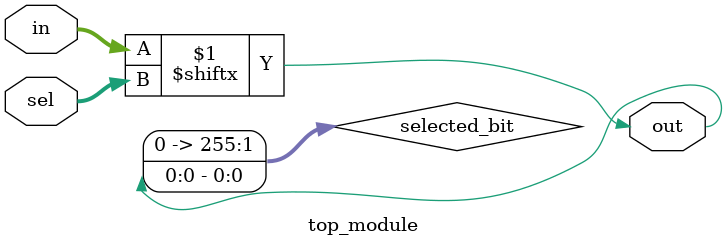
<source format=sv>
module top_module (
  input [255:0] in,
  input [7:0] sel,
  output out
);

  wire [255:0] selected_bit;
  
  assign selected_bit = in[sel];
  assign out = selected_bit[0];

endmodule

</source>
